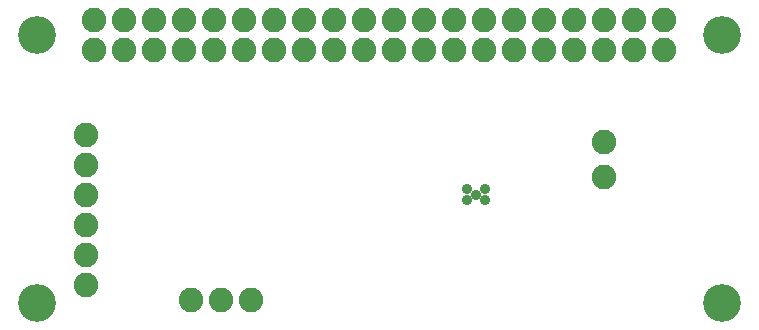
<source format=gbr>
G04 EAGLE Gerber RS-274X export*
G75*
%MOMM*%
%FSLAX34Y34*%
%LPD*%
%AMOC8*
5,1,8,0,0,1.08239X$1,22.5*%
G01*
%ADD10C,3.203200*%
%ADD11C,2.082800*%
%ADD12C,0.911200*%


D10*
X35000Y262000D03*
X615000Y262000D03*
X615000Y35000D03*
X35000Y35000D03*
D11*
X82900Y249600D03*
X108300Y249600D03*
X133700Y249600D03*
X159100Y249600D03*
X184500Y249600D03*
X209900Y249600D03*
X235300Y249600D03*
X260700Y249600D03*
X286100Y249600D03*
X311500Y249600D03*
X336900Y249600D03*
X362300Y249600D03*
X387700Y249600D03*
X387700Y275000D03*
X362300Y275000D03*
X336900Y275000D03*
X311500Y275000D03*
X286100Y275000D03*
X260700Y275000D03*
X235300Y275000D03*
X209900Y275000D03*
X184500Y275000D03*
X159100Y275000D03*
X133700Y275000D03*
X108300Y275000D03*
X82900Y275000D03*
X413100Y249600D03*
X413100Y275000D03*
X438500Y249600D03*
X438500Y275000D03*
X463900Y249600D03*
X463900Y275000D03*
X489300Y249600D03*
X489300Y275000D03*
X514700Y249600D03*
X514700Y275000D03*
X540100Y249600D03*
X540100Y275000D03*
X565500Y249600D03*
X565500Y275000D03*
X76200Y177800D03*
X76200Y152400D03*
X76200Y127000D03*
X76200Y101600D03*
X76200Y76200D03*
X76200Y50800D03*
X215900Y38100D03*
X190500Y38100D03*
X165100Y38100D03*
D12*
X406400Y127000D03*
X413900Y122000D03*
X413900Y132000D03*
X398900Y132000D03*
X398900Y122000D03*
D11*
X515000Y142222D03*
X515000Y171178D03*
M02*

</source>
